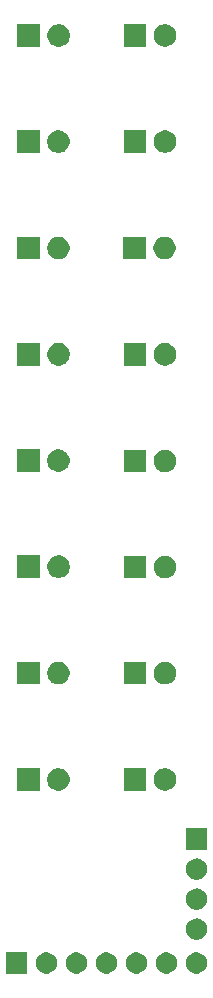
<source format=gts>
G04 #@! TF.GenerationSoftware,KiCad,Pcbnew,(5.1.6-0-10_14)*
G04 #@! TF.CreationDate,2020-06-29T16:32:02+02:00*
G04 #@! TF.ProjectId,excitation-pcb,65786369-7461-4746-996f-6e2d7063622e,rev?*
G04 #@! TF.SameCoordinates,Original*
G04 #@! TF.FileFunction,Soldermask,Top*
G04 #@! TF.FilePolarity,Negative*
%FSLAX46Y46*%
G04 Gerber Fmt 4.6, Leading zero omitted, Abs format (unit mm)*
G04 Created by KiCad (PCBNEW (5.1.6-0-10_14)) date 2020-06-29 16:32:02*
%MOMM*%
%LPD*%
G01*
G04 APERTURE LIST*
%ADD10C,0.100000*%
G04 APERTURE END LIST*
D10*
G36*
X99859312Y-144036327D02*
G01*
X100008612Y-144066024D01*
X100172584Y-144133944D01*
X100320154Y-144232547D01*
X100445653Y-144358046D01*
X100544256Y-144505616D01*
X100612176Y-144669588D01*
X100646800Y-144843659D01*
X100646800Y-145021141D01*
X100612176Y-145195212D01*
X100544256Y-145359184D01*
X100445653Y-145506754D01*
X100320154Y-145632253D01*
X100172584Y-145730856D01*
X100008612Y-145798776D01*
X99859312Y-145828473D01*
X99834542Y-145833400D01*
X99657058Y-145833400D01*
X99632288Y-145828473D01*
X99482988Y-145798776D01*
X99319016Y-145730856D01*
X99171446Y-145632253D01*
X99045947Y-145506754D01*
X98947344Y-145359184D01*
X98879424Y-145195212D01*
X98844800Y-145021141D01*
X98844800Y-144843659D01*
X98879424Y-144669588D01*
X98947344Y-144505616D01*
X99045947Y-144358046D01*
X99171446Y-144232547D01*
X99319016Y-144133944D01*
X99482988Y-144066024D01*
X99632288Y-144036327D01*
X99657058Y-144031400D01*
X99834542Y-144031400D01*
X99859312Y-144036327D01*
G37*
G36*
X97319312Y-144036327D02*
G01*
X97468612Y-144066024D01*
X97632584Y-144133944D01*
X97780154Y-144232547D01*
X97905653Y-144358046D01*
X98004256Y-144505616D01*
X98072176Y-144669588D01*
X98106800Y-144843659D01*
X98106800Y-145021141D01*
X98072176Y-145195212D01*
X98004256Y-145359184D01*
X97905653Y-145506754D01*
X97780154Y-145632253D01*
X97632584Y-145730856D01*
X97468612Y-145798776D01*
X97319312Y-145828473D01*
X97294542Y-145833400D01*
X97117058Y-145833400D01*
X97092288Y-145828473D01*
X96942988Y-145798776D01*
X96779016Y-145730856D01*
X96631446Y-145632253D01*
X96505947Y-145506754D01*
X96407344Y-145359184D01*
X96339424Y-145195212D01*
X96304800Y-145021141D01*
X96304800Y-144843659D01*
X96339424Y-144669588D01*
X96407344Y-144505616D01*
X96505947Y-144358046D01*
X96631446Y-144232547D01*
X96779016Y-144133944D01*
X96942988Y-144066024D01*
X97092288Y-144036327D01*
X97117058Y-144031400D01*
X97294542Y-144031400D01*
X97319312Y-144036327D01*
G37*
G36*
X94779312Y-144036327D02*
G01*
X94928612Y-144066024D01*
X95092584Y-144133944D01*
X95240154Y-144232547D01*
X95365653Y-144358046D01*
X95464256Y-144505616D01*
X95532176Y-144669588D01*
X95566800Y-144843659D01*
X95566800Y-145021141D01*
X95532176Y-145195212D01*
X95464256Y-145359184D01*
X95365653Y-145506754D01*
X95240154Y-145632253D01*
X95092584Y-145730856D01*
X94928612Y-145798776D01*
X94779312Y-145828473D01*
X94754542Y-145833400D01*
X94577058Y-145833400D01*
X94552288Y-145828473D01*
X94402988Y-145798776D01*
X94239016Y-145730856D01*
X94091446Y-145632253D01*
X93965947Y-145506754D01*
X93867344Y-145359184D01*
X93799424Y-145195212D01*
X93764800Y-145021141D01*
X93764800Y-144843659D01*
X93799424Y-144669588D01*
X93867344Y-144505616D01*
X93965947Y-144358046D01*
X94091446Y-144232547D01*
X94239016Y-144133944D01*
X94402988Y-144066024D01*
X94552288Y-144036327D01*
X94577058Y-144031400D01*
X94754542Y-144031400D01*
X94779312Y-144036327D01*
G37*
G36*
X92239312Y-144036327D02*
G01*
X92388612Y-144066024D01*
X92552584Y-144133944D01*
X92700154Y-144232547D01*
X92825653Y-144358046D01*
X92924256Y-144505616D01*
X92992176Y-144669588D01*
X93026800Y-144843659D01*
X93026800Y-145021141D01*
X92992176Y-145195212D01*
X92924256Y-145359184D01*
X92825653Y-145506754D01*
X92700154Y-145632253D01*
X92552584Y-145730856D01*
X92388612Y-145798776D01*
X92239312Y-145828473D01*
X92214542Y-145833400D01*
X92037058Y-145833400D01*
X92012288Y-145828473D01*
X91862988Y-145798776D01*
X91699016Y-145730856D01*
X91551446Y-145632253D01*
X91425947Y-145506754D01*
X91327344Y-145359184D01*
X91259424Y-145195212D01*
X91224800Y-145021141D01*
X91224800Y-144843659D01*
X91259424Y-144669588D01*
X91327344Y-144505616D01*
X91425947Y-144358046D01*
X91551446Y-144232547D01*
X91699016Y-144133944D01*
X91862988Y-144066024D01*
X92012288Y-144036327D01*
X92037058Y-144031400D01*
X92214542Y-144031400D01*
X92239312Y-144036327D01*
G37*
G36*
X89699312Y-144036327D02*
G01*
X89848612Y-144066024D01*
X90012584Y-144133944D01*
X90160154Y-144232547D01*
X90285653Y-144358046D01*
X90384256Y-144505616D01*
X90452176Y-144669588D01*
X90486800Y-144843659D01*
X90486800Y-145021141D01*
X90452176Y-145195212D01*
X90384256Y-145359184D01*
X90285653Y-145506754D01*
X90160154Y-145632253D01*
X90012584Y-145730856D01*
X89848612Y-145798776D01*
X89699312Y-145828473D01*
X89674542Y-145833400D01*
X89497058Y-145833400D01*
X89472288Y-145828473D01*
X89322988Y-145798776D01*
X89159016Y-145730856D01*
X89011446Y-145632253D01*
X88885947Y-145506754D01*
X88787344Y-145359184D01*
X88719424Y-145195212D01*
X88684800Y-145021141D01*
X88684800Y-144843659D01*
X88719424Y-144669588D01*
X88787344Y-144505616D01*
X88885947Y-144358046D01*
X89011446Y-144232547D01*
X89159016Y-144133944D01*
X89322988Y-144066024D01*
X89472288Y-144036327D01*
X89497058Y-144031400D01*
X89674542Y-144031400D01*
X89699312Y-144036327D01*
G37*
G36*
X87159312Y-144036327D02*
G01*
X87308612Y-144066024D01*
X87472584Y-144133944D01*
X87620154Y-144232547D01*
X87745653Y-144358046D01*
X87844256Y-144505616D01*
X87912176Y-144669588D01*
X87946800Y-144843659D01*
X87946800Y-145021141D01*
X87912176Y-145195212D01*
X87844256Y-145359184D01*
X87745653Y-145506754D01*
X87620154Y-145632253D01*
X87472584Y-145730856D01*
X87308612Y-145798776D01*
X87159312Y-145828473D01*
X87134542Y-145833400D01*
X86957058Y-145833400D01*
X86932288Y-145828473D01*
X86782988Y-145798776D01*
X86619016Y-145730856D01*
X86471446Y-145632253D01*
X86345947Y-145506754D01*
X86247344Y-145359184D01*
X86179424Y-145195212D01*
X86144800Y-145021141D01*
X86144800Y-144843659D01*
X86179424Y-144669588D01*
X86247344Y-144505616D01*
X86345947Y-144358046D01*
X86471446Y-144232547D01*
X86619016Y-144133944D01*
X86782988Y-144066024D01*
X86932288Y-144036327D01*
X86957058Y-144031400D01*
X87134542Y-144031400D01*
X87159312Y-144036327D01*
G37*
G36*
X85406800Y-145833400D02*
G01*
X83604800Y-145833400D01*
X83604800Y-144031400D01*
X85406800Y-144031400D01*
X85406800Y-145833400D01*
G37*
G36*
X99884712Y-141166127D02*
G01*
X100034012Y-141195824D01*
X100197984Y-141263744D01*
X100345554Y-141362347D01*
X100471053Y-141487846D01*
X100569656Y-141635416D01*
X100637576Y-141799388D01*
X100672200Y-141973459D01*
X100672200Y-142150941D01*
X100637576Y-142325012D01*
X100569656Y-142488984D01*
X100471053Y-142636554D01*
X100345554Y-142762053D01*
X100197984Y-142860656D01*
X100034012Y-142928576D01*
X99884712Y-142958273D01*
X99859942Y-142963200D01*
X99682458Y-142963200D01*
X99657688Y-142958273D01*
X99508388Y-142928576D01*
X99344416Y-142860656D01*
X99196846Y-142762053D01*
X99071347Y-142636554D01*
X98972744Y-142488984D01*
X98904824Y-142325012D01*
X98870200Y-142150941D01*
X98870200Y-141973459D01*
X98904824Y-141799388D01*
X98972744Y-141635416D01*
X99071347Y-141487846D01*
X99196846Y-141362347D01*
X99344416Y-141263744D01*
X99508388Y-141195824D01*
X99657688Y-141166127D01*
X99682458Y-141161200D01*
X99859942Y-141161200D01*
X99884712Y-141166127D01*
G37*
G36*
X99884712Y-138626127D02*
G01*
X100034012Y-138655824D01*
X100197984Y-138723744D01*
X100345554Y-138822347D01*
X100471053Y-138947846D01*
X100569656Y-139095416D01*
X100637576Y-139259388D01*
X100672200Y-139433459D01*
X100672200Y-139610941D01*
X100637576Y-139785012D01*
X100569656Y-139948984D01*
X100471053Y-140096554D01*
X100345554Y-140222053D01*
X100197984Y-140320656D01*
X100034012Y-140388576D01*
X99884712Y-140418273D01*
X99859942Y-140423200D01*
X99682458Y-140423200D01*
X99657688Y-140418273D01*
X99508388Y-140388576D01*
X99344416Y-140320656D01*
X99196846Y-140222053D01*
X99071347Y-140096554D01*
X98972744Y-139948984D01*
X98904824Y-139785012D01*
X98870200Y-139610941D01*
X98870200Y-139433459D01*
X98904824Y-139259388D01*
X98972744Y-139095416D01*
X99071347Y-138947846D01*
X99196846Y-138822347D01*
X99344416Y-138723744D01*
X99508388Y-138655824D01*
X99657688Y-138626127D01*
X99682458Y-138621200D01*
X99859942Y-138621200D01*
X99884712Y-138626127D01*
G37*
G36*
X99884712Y-136086127D02*
G01*
X100034012Y-136115824D01*
X100197984Y-136183744D01*
X100345554Y-136282347D01*
X100471053Y-136407846D01*
X100569656Y-136555416D01*
X100637576Y-136719388D01*
X100672200Y-136893459D01*
X100672200Y-137070941D01*
X100637576Y-137245012D01*
X100569656Y-137408984D01*
X100471053Y-137556554D01*
X100345554Y-137682053D01*
X100197984Y-137780656D01*
X100034012Y-137848576D01*
X99884712Y-137878273D01*
X99859942Y-137883200D01*
X99682458Y-137883200D01*
X99657688Y-137878273D01*
X99508388Y-137848576D01*
X99344416Y-137780656D01*
X99196846Y-137682053D01*
X99071347Y-137556554D01*
X98972744Y-137408984D01*
X98904824Y-137245012D01*
X98870200Y-137070941D01*
X98870200Y-136893459D01*
X98904824Y-136719388D01*
X98972744Y-136555416D01*
X99071347Y-136407846D01*
X99196846Y-136282347D01*
X99344416Y-136183744D01*
X99508388Y-136115824D01*
X99657688Y-136086127D01*
X99682458Y-136081200D01*
X99859942Y-136081200D01*
X99884712Y-136086127D01*
G37*
G36*
X100672200Y-135343200D02*
G01*
X98870200Y-135343200D01*
X98870200Y-133541200D01*
X100672200Y-133541200D01*
X100672200Y-135343200D01*
G37*
G36*
X86472800Y-130338600D02*
G01*
X84570800Y-130338600D01*
X84570800Y-128436600D01*
X86472800Y-128436600D01*
X86472800Y-130338600D01*
G37*
G36*
X97356195Y-128473146D02*
G01*
X97529266Y-128544834D01*
X97529267Y-128544835D01*
X97685027Y-128648910D01*
X97817490Y-128781373D01*
X97817491Y-128781375D01*
X97921566Y-128937134D01*
X97993254Y-129110205D01*
X98029800Y-129293933D01*
X98029800Y-129481267D01*
X97993254Y-129664995D01*
X97921566Y-129838066D01*
X97921565Y-129838067D01*
X97817490Y-129993827D01*
X97685027Y-130126290D01*
X97606618Y-130178681D01*
X97529266Y-130230366D01*
X97356195Y-130302054D01*
X97172467Y-130338600D01*
X96985133Y-130338600D01*
X96801405Y-130302054D01*
X96628334Y-130230366D01*
X96550982Y-130178681D01*
X96472573Y-130126290D01*
X96340110Y-129993827D01*
X96236035Y-129838067D01*
X96236034Y-129838066D01*
X96164346Y-129664995D01*
X96127800Y-129481267D01*
X96127800Y-129293933D01*
X96164346Y-129110205D01*
X96236034Y-128937134D01*
X96340109Y-128781375D01*
X96340110Y-128781373D01*
X96472573Y-128648910D01*
X96628333Y-128544835D01*
X96628334Y-128544834D01*
X96801405Y-128473146D01*
X96985133Y-128436600D01*
X97172467Y-128436600D01*
X97356195Y-128473146D01*
G37*
G36*
X95489800Y-130338600D02*
G01*
X93587800Y-130338600D01*
X93587800Y-128436600D01*
X95489800Y-128436600D01*
X95489800Y-130338600D01*
G37*
G36*
X88339195Y-128473146D02*
G01*
X88512266Y-128544834D01*
X88512267Y-128544835D01*
X88668027Y-128648910D01*
X88800490Y-128781373D01*
X88800491Y-128781375D01*
X88904566Y-128937134D01*
X88976254Y-129110205D01*
X89012800Y-129293933D01*
X89012800Y-129481267D01*
X88976254Y-129664995D01*
X88904566Y-129838066D01*
X88904565Y-129838067D01*
X88800490Y-129993827D01*
X88668027Y-130126290D01*
X88589618Y-130178681D01*
X88512266Y-130230366D01*
X88339195Y-130302054D01*
X88155467Y-130338600D01*
X87968133Y-130338600D01*
X87784405Y-130302054D01*
X87611334Y-130230366D01*
X87533982Y-130178681D01*
X87455573Y-130126290D01*
X87323110Y-129993827D01*
X87219035Y-129838067D01*
X87219034Y-129838066D01*
X87147346Y-129664995D01*
X87110800Y-129481267D01*
X87110800Y-129293933D01*
X87147346Y-129110205D01*
X87219034Y-128937134D01*
X87323109Y-128781375D01*
X87323110Y-128781373D01*
X87455573Y-128648910D01*
X87611333Y-128544835D01*
X87611334Y-128544834D01*
X87784405Y-128473146D01*
X87968133Y-128436600D01*
X88155467Y-128436600D01*
X88339195Y-128473146D01*
G37*
G36*
X95489800Y-121347000D02*
G01*
X93587800Y-121347000D01*
X93587800Y-119445000D01*
X95489800Y-119445000D01*
X95489800Y-121347000D01*
G37*
G36*
X97356195Y-119481546D02*
G01*
X97529266Y-119553234D01*
X97529267Y-119553235D01*
X97685027Y-119657310D01*
X97817490Y-119789773D01*
X97817491Y-119789775D01*
X97921566Y-119945534D01*
X97993254Y-120118605D01*
X98029800Y-120302333D01*
X98029800Y-120489667D01*
X97993254Y-120673395D01*
X97921566Y-120846466D01*
X97921565Y-120846467D01*
X97817490Y-121002227D01*
X97685027Y-121134690D01*
X97606618Y-121187081D01*
X97529266Y-121238766D01*
X97356195Y-121310454D01*
X97172467Y-121347000D01*
X96985133Y-121347000D01*
X96801405Y-121310454D01*
X96628334Y-121238766D01*
X96550982Y-121187081D01*
X96472573Y-121134690D01*
X96340110Y-121002227D01*
X96236035Y-120846467D01*
X96236034Y-120846466D01*
X96164346Y-120673395D01*
X96127800Y-120489667D01*
X96127800Y-120302333D01*
X96164346Y-120118605D01*
X96236034Y-119945534D01*
X96340109Y-119789775D01*
X96340110Y-119789773D01*
X96472573Y-119657310D01*
X96628333Y-119553235D01*
X96628334Y-119553234D01*
X96801405Y-119481546D01*
X96985133Y-119445000D01*
X97172467Y-119445000D01*
X97356195Y-119481546D01*
G37*
G36*
X88339195Y-119481546D02*
G01*
X88512266Y-119553234D01*
X88512267Y-119553235D01*
X88668027Y-119657310D01*
X88800490Y-119789773D01*
X88800491Y-119789775D01*
X88904566Y-119945534D01*
X88976254Y-120118605D01*
X89012800Y-120302333D01*
X89012800Y-120489667D01*
X88976254Y-120673395D01*
X88904566Y-120846466D01*
X88904565Y-120846467D01*
X88800490Y-121002227D01*
X88668027Y-121134690D01*
X88589618Y-121187081D01*
X88512266Y-121238766D01*
X88339195Y-121310454D01*
X88155467Y-121347000D01*
X87968133Y-121347000D01*
X87784405Y-121310454D01*
X87611334Y-121238766D01*
X87533982Y-121187081D01*
X87455573Y-121134690D01*
X87323110Y-121002227D01*
X87219035Y-120846467D01*
X87219034Y-120846466D01*
X87147346Y-120673395D01*
X87110800Y-120489667D01*
X87110800Y-120302333D01*
X87147346Y-120118605D01*
X87219034Y-119945534D01*
X87323109Y-119789775D01*
X87323110Y-119789773D01*
X87455573Y-119657310D01*
X87611333Y-119553235D01*
X87611334Y-119553234D01*
X87784405Y-119481546D01*
X87968133Y-119445000D01*
X88155467Y-119445000D01*
X88339195Y-119481546D01*
G37*
G36*
X86472800Y-121347000D02*
G01*
X84570800Y-121347000D01*
X84570800Y-119445000D01*
X86472800Y-119445000D01*
X86472800Y-121347000D01*
G37*
G36*
X97356195Y-110489946D02*
G01*
X97529266Y-110561634D01*
X97529267Y-110561635D01*
X97685027Y-110665710D01*
X97817490Y-110798173D01*
X97817491Y-110798175D01*
X97921566Y-110953934D01*
X97993254Y-111127005D01*
X98029800Y-111310733D01*
X98029800Y-111498067D01*
X97993254Y-111681795D01*
X97921566Y-111854866D01*
X97921565Y-111854867D01*
X97817490Y-112010627D01*
X97685027Y-112143090D01*
X97606618Y-112195481D01*
X97529266Y-112247166D01*
X97356195Y-112318854D01*
X97172467Y-112355400D01*
X96985133Y-112355400D01*
X96801405Y-112318854D01*
X96628334Y-112247166D01*
X96550982Y-112195481D01*
X96472573Y-112143090D01*
X96340110Y-112010627D01*
X96236035Y-111854867D01*
X96236034Y-111854866D01*
X96164346Y-111681795D01*
X96127800Y-111498067D01*
X96127800Y-111310733D01*
X96164346Y-111127005D01*
X96236034Y-110953934D01*
X96340109Y-110798175D01*
X96340110Y-110798173D01*
X96472573Y-110665710D01*
X96628333Y-110561635D01*
X96628334Y-110561634D01*
X96801405Y-110489946D01*
X96985133Y-110453400D01*
X97172467Y-110453400D01*
X97356195Y-110489946D01*
G37*
G36*
X95489800Y-112355400D02*
G01*
X93587800Y-112355400D01*
X93587800Y-110453400D01*
X95489800Y-110453400D01*
X95489800Y-112355400D01*
G37*
G36*
X86498200Y-112330000D02*
G01*
X84596200Y-112330000D01*
X84596200Y-110428000D01*
X86498200Y-110428000D01*
X86498200Y-112330000D01*
G37*
G36*
X88364595Y-110464546D02*
G01*
X88537666Y-110536234D01*
X88575681Y-110561635D01*
X88693427Y-110640310D01*
X88825890Y-110772773D01*
X88842863Y-110798175D01*
X88929966Y-110928534D01*
X89001654Y-111101605D01*
X89038200Y-111285333D01*
X89038200Y-111472667D01*
X89001654Y-111656395D01*
X88929966Y-111829466D01*
X88878281Y-111906818D01*
X88825890Y-111985227D01*
X88693427Y-112117690D01*
X88615018Y-112170081D01*
X88537666Y-112221766D01*
X88364595Y-112293454D01*
X88180867Y-112330000D01*
X87993533Y-112330000D01*
X87809805Y-112293454D01*
X87636734Y-112221766D01*
X87559382Y-112170081D01*
X87480973Y-112117690D01*
X87348510Y-111985227D01*
X87296119Y-111906818D01*
X87244434Y-111829466D01*
X87172746Y-111656395D01*
X87136200Y-111472667D01*
X87136200Y-111285333D01*
X87172746Y-111101605D01*
X87244434Y-110928534D01*
X87331537Y-110798175D01*
X87348510Y-110772773D01*
X87480973Y-110640310D01*
X87598719Y-110561635D01*
X87636734Y-110536234D01*
X87809805Y-110464546D01*
X87993533Y-110428000D01*
X88180867Y-110428000D01*
X88364595Y-110464546D01*
G37*
G36*
X97356195Y-101498346D02*
G01*
X97529266Y-101570034D01*
X97529267Y-101570035D01*
X97685027Y-101674110D01*
X97817490Y-101806573D01*
X97817491Y-101806575D01*
X97921566Y-101962334D01*
X97993254Y-102135405D01*
X98029800Y-102319133D01*
X98029800Y-102506467D01*
X97993254Y-102690195D01*
X97921566Y-102863266D01*
X97921565Y-102863267D01*
X97817490Y-103019027D01*
X97685027Y-103151490D01*
X97606618Y-103203881D01*
X97529266Y-103255566D01*
X97356195Y-103327254D01*
X97172467Y-103363800D01*
X96985133Y-103363800D01*
X96801405Y-103327254D01*
X96628334Y-103255566D01*
X96550982Y-103203881D01*
X96472573Y-103151490D01*
X96340110Y-103019027D01*
X96236035Y-102863267D01*
X96236034Y-102863266D01*
X96164346Y-102690195D01*
X96127800Y-102506467D01*
X96127800Y-102319133D01*
X96164346Y-102135405D01*
X96236034Y-101962334D01*
X96340109Y-101806575D01*
X96340110Y-101806573D01*
X96472573Y-101674110D01*
X96628333Y-101570035D01*
X96628334Y-101570034D01*
X96801405Y-101498346D01*
X96985133Y-101461800D01*
X97172467Y-101461800D01*
X97356195Y-101498346D01*
G37*
G36*
X95489800Y-103363800D02*
G01*
X93587800Y-103363800D01*
X93587800Y-101461800D01*
X95489800Y-101461800D01*
X95489800Y-103363800D01*
G37*
G36*
X86472800Y-103338400D02*
G01*
X84570800Y-103338400D01*
X84570800Y-101436400D01*
X86472800Y-101436400D01*
X86472800Y-103338400D01*
G37*
G36*
X88339195Y-101472946D02*
G01*
X88512266Y-101544634D01*
X88550281Y-101570035D01*
X88668027Y-101648710D01*
X88800490Y-101781173D01*
X88817463Y-101806575D01*
X88904566Y-101936934D01*
X88976254Y-102110005D01*
X89012800Y-102293733D01*
X89012800Y-102481067D01*
X88976254Y-102664795D01*
X88904566Y-102837866D01*
X88852881Y-102915218D01*
X88800490Y-102993627D01*
X88668027Y-103126090D01*
X88589618Y-103178481D01*
X88512266Y-103230166D01*
X88339195Y-103301854D01*
X88155467Y-103338400D01*
X87968133Y-103338400D01*
X87784405Y-103301854D01*
X87611334Y-103230166D01*
X87533982Y-103178481D01*
X87455573Y-103126090D01*
X87323110Y-102993627D01*
X87270719Y-102915218D01*
X87219034Y-102837866D01*
X87147346Y-102664795D01*
X87110800Y-102481067D01*
X87110800Y-102293733D01*
X87147346Y-102110005D01*
X87219034Y-101936934D01*
X87306137Y-101806575D01*
X87323110Y-101781173D01*
X87455573Y-101648710D01*
X87573319Y-101570035D01*
X87611334Y-101544634D01*
X87784405Y-101472946D01*
X87968133Y-101436400D01*
X88155467Y-101436400D01*
X88339195Y-101472946D01*
G37*
G36*
X97356195Y-92481346D02*
G01*
X97529266Y-92553034D01*
X97529267Y-92553035D01*
X97685027Y-92657110D01*
X97817490Y-92789573D01*
X97817491Y-92789575D01*
X97921566Y-92945334D01*
X97993254Y-93118405D01*
X98029800Y-93302133D01*
X98029800Y-93489467D01*
X97993254Y-93673195D01*
X97921566Y-93846266D01*
X97921565Y-93846267D01*
X97817490Y-94002027D01*
X97685027Y-94134490D01*
X97606618Y-94186881D01*
X97529266Y-94238566D01*
X97356195Y-94310254D01*
X97172467Y-94346800D01*
X96985133Y-94346800D01*
X96801405Y-94310254D01*
X96628334Y-94238566D01*
X96550982Y-94186881D01*
X96472573Y-94134490D01*
X96340110Y-94002027D01*
X96236035Y-93846267D01*
X96236034Y-93846266D01*
X96164346Y-93673195D01*
X96127800Y-93489467D01*
X96127800Y-93302133D01*
X96164346Y-93118405D01*
X96236034Y-92945334D01*
X96340109Y-92789575D01*
X96340110Y-92789573D01*
X96472573Y-92657110D01*
X96628333Y-92553035D01*
X96628334Y-92553034D01*
X96801405Y-92481346D01*
X96985133Y-92444800D01*
X97172467Y-92444800D01*
X97356195Y-92481346D01*
G37*
G36*
X95489800Y-94346800D02*
G01*
X93587800Y-94346800D01*
X93587800Y-92444800D01*
X95489800Y-92444800D01*
X95489800Y-94346800D01*
G37*
G36*
X88364595Y-92481346D02*
G01*
X88537666Y-92553034D01*
X88537667Y-92553035D01*
X88693427Y-92657110D01*
X88825890Y-92789573D01*
X88825891Y-92789575D01*
X88929966Y-92945334D01*
X89001654Y-93118405D01*
X89038200Y-93302133D01*
X89038200Y-93489467D01*
X89001654Y-93673195D01*
X88929966Y-93846266D01*
X88929965Y-93846267D01*
X88825890Y-94002027D01*
X88693427Y-94134490D01*
X88615018Y-94186881D01*
X88537666Y-94238566D01*
X88364595Y-94310254D01*
X88180867Y-94346800D01*
X87993533Y-94346800D01*
X87809805Y-94310254D01*
X87636734Y-94238566D01*
X87559382Y-94186881D01*
X87480973Y-94134490D01*
X87348510Y-94002027D01*
X87244435Y-93846267D01*
X87244434Y-93846266D01*
X87172746Y-93673195D01*
X87136200Y-93489467D01*
X87136200Y-93302133D01*
X87172746Y-93118405D01*
X87244434Y-92945334D01*
X87348509Y-92789575D01*
X87348510Y-92789573D01*
X87480973Y-92657110D01*
X87636733Y-92553035D01*
X87636734Y-92553034D01*
X87809805Y-92481346D01*
X87993533Y-92444800D01*
X88180867Y-92444800D01*
X88364595Y-92481346D01*
G37*
G36*
X86498200Y-94346800D02*
G01*
X84596200Y-94346800D01*
X84596200Y-92444800D01*
X86498200Y-92444800D01*
X86498200Y-94346800D01*
G37*
G36*
X86472800Y-85355200D02*
G01*
X84570800Y-85355200D01*
X84570800Y-83453200D01*
X86472800Y-83453200D01*
X86472800Y-85355200D01*
G37*
G36*
X88339195Y-83489746D02*
G01*
X88512266Y-83561434D01*
X88512267Y-83561435D01*
X88668027Y-83665510D01*
X88800490Y-83797973D01*
X88800491Y-83797975D01*
X88904566Y-83953734D01*
X88976254Y-84126805D01*
X89012800Y-84310533D01*
X89012800Y-84497867D01*
X88976254Y-84681595D01*
X88904566Y-84854666D01*
X88904565Y-84854667D01*
X88800490Y-85010427D01*
X88668027Y-85142890D01*
X88589618Y-85195281D01*
X88512266Y-85246966D01*
X88339195Y-85318654D01*
X88155467Y-85355200D01*
X87968133Y-85355200D01*
X87784405Y-85318654D01*
X87611334Y-85246966D01*
X87533982Y-85195281D01*
X87455573Y-85142890D01*
X87323110Y-85010427D01*
X87219035Y-84854667D01*
X87219034Y-84854666D01*
X87147346Y-84681595D01*
X87110800Y-84497867D01*
X87110800Y-84310533D01*
X87147346Y-84126805D01*
X87219034Y-83953734D01*
X87323109Y-83797975D01*
X87323110Y-83797973D01*
X87455573Y-83665510D01*
X87611333Y-83561435D01*
X87611334Y-83561434D01*
X87784405Y-83489746D01*
X87968133Y-83453200D01*
X88155467Y-83453200D01*
X88339195Y-83489746D01*
G37*
G36*
X97330795Y-83489746D02*
G01*
X97503866Y-83561434D01*
X97503867Y-83561435D01*
X97659627Y-83665510D01*
X97792090Y-83797973D01*
X97792091Y-83797975D01*
X97896166Y-83953734D01*
X97967854Y-84126805D01*
X98004400Y-84310533D01*
X98004400Y-84497867D01*
X97967854Y-84681595D01*
X97896166Y-84854666D01*
X97896165Y-84854667D01*
X97792090Y-85010427D01*
X97659627Y-85142890D01*
X97581218Y-85195281D01*
X97503866Y-85246966D01*
X97330795Y-85318654D01*
X97147067Y-85355200D01*
X96959733Y-85355200D01*
X96776005Y-85318654D01*
X96602934Y-85246966D01*
X96525582Y-85195281D01*
X96447173Y-85142890D01*
X96314710Y-85010427D01*
X96210635Y-84854667D01*
X96210634Y-84854666D01*
X96138946Y-84681595D01*
X96102400Y-84497867D01*
X96102400Y-84310533D01*
X96138946Y-84126805D01*
X96210634Y-83953734D01*
X96314709Y-83797975D01*
X96314710Y-83797973D01*
X96447173Y-83665510D01*
X96602933Y-83561435D01*
X96602934Y-83561434D01*
X96776005Y-83489746D01*
X96959733Y-83453200D01*
X97147067Y-83453200D01*
X97330795Y-83489746D01*
G37*
G36*
X95464400Y-85355200D02*
G01*
X93562400Y-85355200D01*
X93562400Y-83453200D01*
X95464400Y-83453200D01*
X95464400Y-85355200D01*
G37*
G36*
X86472800Y-76338200D02*
G01*
X84570800Y-76338200D01*
X84570800Y-74436200D01*
X86472800Y-74436200D01*
X86472800Y-76338200D01*
G37*
G36*
X88339195Y-74472746D02*
G01*
X88512266Y-74544434D01*
X88512267Y-74544435D01*
X88668027Y-74648510D01*
X88800490Y-74780973D01*
X88800491Y-74780975D01*
X88904566Y-74936734D01*
X88976254Y-75109805D01*
X89012800Y-75293533D01*
X89012800Y-75480867D01*
X88976254Y-75664595D01*
X88904566Y-75837666D01*
X88904565Y-75837667D01*
X88800490Y-75993427D01*
X88668027Y-76125890D01*
X88589618Y-76178281D01*
X88512266Y-76229966D01*
X88339195Y-76301654D01*
X88155467Y-76338200D01*
X87968133Y-76338200D01*
X87784405Y-76301654D01*
X87611334Y-76229966D01*
X87533982Y-76178281D01*
X87455573Y-76125890D01*
X87323110Y-75993427D01*
X87219035Y-75837667D01*
X87219034Y-75837666D01*
X87147346Y-75664595D01*
X87110800Y-75480867D01*
X87110800Y-75293533D01*
X87147346Y-75109805D01*
X87219034Y-74936734D01*
X87323109Y-74780975D01*
X87323110Y-74780973D01*
X87455573Y-74648510D01*
X87611333Y-74544435D01*
X87611334Y-74544434D01*
X87784405Y-74472746D01*
X87968133Y-74436200D01*
X88155467Y-74436200D01*
X88339195Y-74472746D01*
G37*
G36*
X95489800Y-76338200D02*
G01*
X93587800Y-76338200D01*
X93587800Y-74436200D01*
X95489800Y-74436200D01*
X95489800Y-76338200D01*
G37*
G36*
X97356195Y-74472746D02*
G01*
X97529266Y-74544434D01*
X97529267Y-74544435D01*
X97685027Y-74648510D01*
X97817490Y-74780973D01*
X97817491Y-74780975D01*
X97921566Y-74936734D01*
X97993254Y-75109805D01*
X98029800Y-75293533D01*
X98029800Y-75480867D01*
X97993254Y-75664595D01*
X97921566Y-75837666D01*
X97921565Y-75837667D01*
X97817490Y-75993427D01*
X97685027Y-76125890D01*
X97606618Y-76178281D01*
X97529266Y-76229966D01*
X97356195Y-76301654D01*
X97172467Y-76338200D01*
X96985133Y-76338200D01*
X96801405Y-76301654D01*
X96628334Y-76229966D01*
X96550982Y-76178281D01*
X96472573Y-76125890D01*
X96340110Y-75993427D01*
X96236035Y-75837667D01*
X96236034Y-75837666D01*
X96164346Y-75664595D01*
X96127800Y-75480867D01*
X96127800Y-75293533D01*
X96164346Y-75109805D01*
X96236034Y-74936734D01*
X96340109Y-74780975D01*
X96340110Y-74780973D01*
X96472573Y-74648510D01*
X96628333Y-74544435D01*
X96628334Y-74544434D01*
X96801405Y-74472746D01*
X96985133Y-74436200D01*
X97172467Y-74436200D01*
X97356195Y-74472746D01*
G37*
G36*
X88364595Y-65481146D02*
G01*
X88537666Y-65552834D01*
X88537667Y-65552835D01*
X88693427Y-65656910D01*
X88825890Y-65789373D01*
X88825891Y-65789375D01*
X88929966Y-65945134D01*
X89001654Y-66118205D01*
X89038200Y-66301933D01*
X89038200Y-66489267D01*
X89001654Y-66672995D01*
X88929966Y-66846066D01*
X88929965Y-66846067D01*
X88825890Y-67001827D01*
X88693427Y-67134290D01*
X88615018Y-67186681D01*
X88537666Y-67238366D01*
X88364595Y-67310054D01*
X88180867Y-67346600D01*
X87993533Y-67346600D01*
X87809805Y-67310054D01*
X87636734Y-67238366D01*
X87559382Y-67186681D01*
X87480973Y-67134290D01*
X87348510Y-67001827D01*
X87244435Y-66846067D01*
X87244434Y-66846066D01*
X87172746Y-66672995D01*
X87136200Y-66489267D01*
X87136200Y-66301933D01*
X87172746Y-66118205D01*
X87244434Y-65945134D01*
X87348509Y-65789375D01*
X87348510Y-65789373D01*
X87480973Y-65656910D01*
X87636733Y-65552835D01*
X87636734Y-65552834D01*
X87809805Y-65481146D01*
X87993533Y-65444600D01*
X88180867Y-65444600D01*
X88364595Y-65481146D01*
G37*
G36*
X86498200Y-67346600D02*
G01*
X84596200Y-67346600D01*
X84596200Y-65444600D01*
X86498200Y-65444600D01*
X86498200Y-67346600D01*
G37*
G36*
X95489800Y-67346600D02*
G01*
X93587800Y-67346600D01*
X93587800Y-65444600D01*
X95489800Y-65444600D01*
X95489800Y-67346600D01*
G37*
G36*
X97356195Y-65481146D02*
G01*
X97529266Y-65552834D01*
X97529267Y-65552835D01*
X97685027Y-65656910D01*
X97817490Y-65789373D01*
X97817491Y-65789375D01*
X97921566Y-65945134D01*
X97993254Y-66118205D01*
X98029800Y-66301933D01*
X98029800Y-66489267D01*
X97993254Y-66672995D01*
X97921566Y-66846066D01*
X97921565Y-66846067D01*
X97817490Y-67001827D01*
X97685027Y-67134290D01*
X97606618Y-67186681D01*
X97529266Y-67238366D01*
X97356195Y-67310054D01*
X97172467Y-67346600D01*
X96985133Y-67346600D01*
X96801405Y-67310054D01*
X96628334Y-67238366D01*
X96550982Y-67186681D01*
X96472573Y-67134290D01*
X96340110Y-67001827D01*
X96236035Y-66846067D01*
X96236034Y-66846066D01*
X96164346Y-66672995D01*
X96127800Y-66489267D01*
X96127800Y-66301933D01*
X96164346Y-66118205D01*
X96236034Y-65945134D01*
X96340109Y-65789375D01*
X96340110Y-65789373D01*
X96472573Y-65656910D01*
X96628333Y-65552835D01*
X96628334Y-65552834D01*
X96801405Y-65481146D01*
X96985133Y-65444600D01*
X97172467Y-65444600D01*
X97356195Y-65481146D01*
G37*
M02*

</source>
